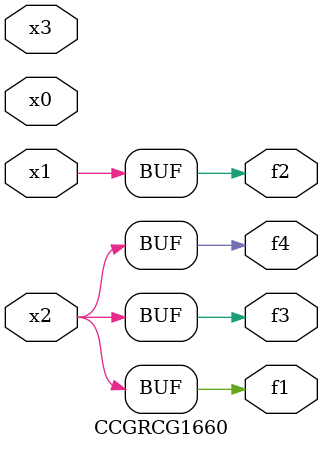
<source format=v>
module CCGRCG1660(
	input x0, x1, x2, x3,
	output f1, f2, f3, f4
);
	assign f1 = x2;
	assign f2 = x1;
	assign f3 = x2;
	assign f4 = x2;
endmodule

</source>
